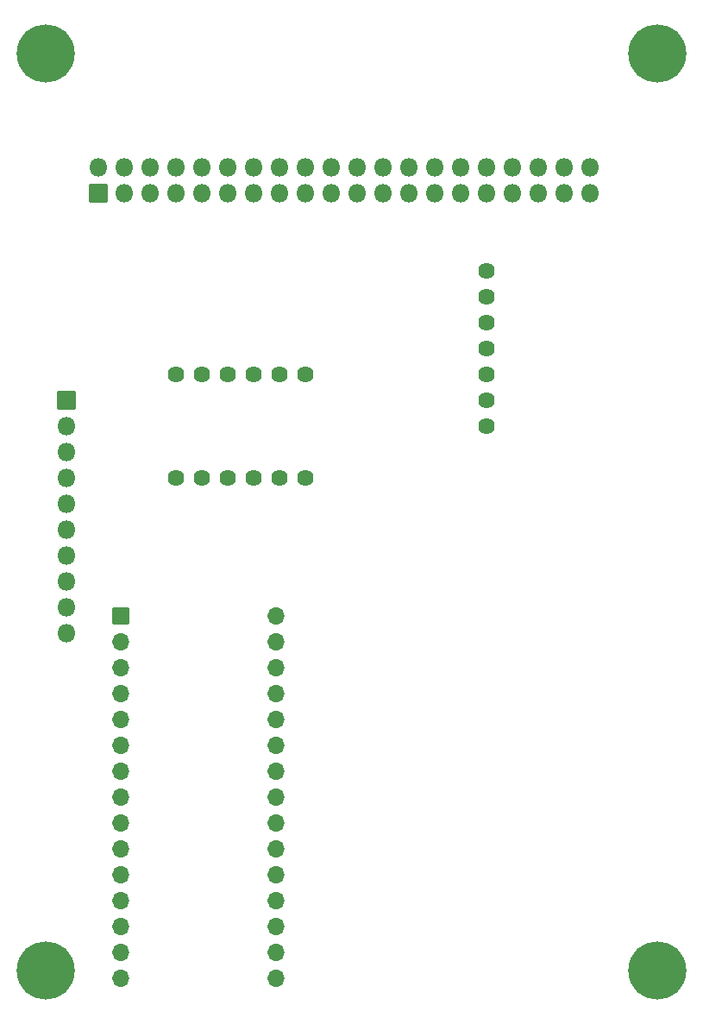
<source format=gbr>
%TF.GenerationSoftware,KiCad,Pcbnew,7.0.1*%
%TF.CreationDate,2023-03-30T15:27:08-04:00*%
%TF.ProjectId,BREAD_Slice,42524541-445f-4536-9c69-63652e6b6963,rev?*%
%TF.SameCoordinates,PX74eba40PY8552dc0*%
%TF.FileFunction,Soldermask,Top*%
%TF.FilePolarity,Negative*%
%FSLAX46Y46*%
G04 Gerber Fmt 4.6, Leading zero omitted, Abs format (unit mm)*
G04 Created by KiCad (PCBNEW 7.0.1) date 2023-03-30 15:27:08*
%MOMM*%
%LPD*%
G01*
G04 APERTURE LIST*
G04 Aperture macros list*
%AMRoundRect*
0 Rectangle with rounded corners*
0 $1 Rounding radius*
0 $2 $3 $4 $5 $6 $7 $8 $9 X,Y pos of 4 corners*
0 Add a 4 corners polygon primitive as box body*
4,1,4,$2,$3,$4,$5,$6,$7,$8,$9,$2,$3,0*
0 Add four circle primitives for the rounded corners*
1,1,$1+$1,$2,$3*
1,1,$1+$1,$4,$5*
1,1,$1+$1,$6,$7*
1,1,$1+$1,$8,$9*
0 Add four rect primitives between the rounded corners*
20,1,$1+$1,$2,$3,$4,$5,0*
20,1,$1+$1,$4,$5,$6,$7,0*
20,1,$1+$1,$6,$7,$8,$9,0*
20,1,$1+$1,$8,$9,$2,$3,0*%
G04 Aperture macros list end*
%ADD10C,5.700000*%
%ADD11RoundRect,0.050000X-0.800000X-0.800000X0.800000X-0.800000X0.800000X0.800000X-0.800000X0.800000X0*%
%ADD12O,1.700000X1.700000*%
%ADD13RoundRect,0.050000X-0.850000X-0.850000X0.850000X-0.850000X0.850000X0.850000X-0.850000X0.850000X0*%
%ADD14O,1.800000X1.800000*%
%ADD15C,1.624000*%
%ADD16RoundRect,0.050000X0.850000X-0.850000X0.850000X0.850000X-0.850000X0.850000X-0.850000X-0.850000X0*%
G04 APERTURE END LIST*
D10*
%TO.C,H1*%
X5000000Y95000000D03*
%TD*%
%TO.C,H2*%
X65000000Y95000000D03*
%TD*%
%TO.C,H3*%
X5000000Y5000000D03*
%TD*%
%TO.C,H4*%
X65000000Y5000000D03*
%TD*%
D11*
%TO.C,A1*%
X12400000Y39800000D03*
D12*
X12400000Y37260000D03*
X12400000Y34720000D03*
X12400000Y32180000D03*
X12400000Y29640000D03*
X12400000Y27100000D03*
X12400000Y24560000D03*
X12400000Y22020000D03*
X12400000Y19480000D03*
X12400000Y16940000D03*
X12400000Y14400000D03*
X12400000Y11860000D03*
X12400000Y9320000D03*
X12400000Y6780000D03*
X12400000Y4240000D03*
X27640000Y4240000D03*
X27640000Y6780000D03*
X27640000Y9320000D03*
X27640000Y11860000D03*
X27640000Y14400000D03*
X27640000Y16940000D03*
X27640000Y19480000D03*
X27640000Y22020000D03*
X27640000Y24560000D03*
X27640000Y27100000D03*
X27640000Y29640000D03*
X27640000Y32180000D03*
X27640000Y34720000D03*
X27640000Y37260000D03*
X27640000Y39800000D03*
%TD*%
D13*
%TO.C,J1*%
X7000000Y61000000D03*
D14*
X7000000Y58460000D03*
X7000000Y55920000D03*
X7000000Y53380000D03*
X7000000Y50840000D03*
X7000000Y48300000D03*
X7000000Y45760000D03*
X7000000Y43220000D03*
X7000000Y40680000D03*
X7000000Y38140000D03*
%TD*%
D15*
%TO.C,U1*%
X30480000Y63500000D03*
X27940000Y63500000D03*
X25400000Y63500000D03*
X22860000Y63500000D03*
X20320000Y63500000D03*
X17780000Y63500000D03*
X30480000Y53340000D03*
X27940000Y53340000D03*
X25400000Y53340000D03*
X22860000Y53340000D03*
X20320000Y53340000D03*
X17780000Y53340000D03*
%TD*%
%TO.C,U2*%
X48260000Y73660000D03*
X48260000Y71120000D03*
X48260000Y68580000D03*
X48260000Y66040000D03*
X48260000Y63500000D03*
X48260000Y60960000D03*
X48260000Y58420000D03*
%TD*%
D16*
%TO.C,J2*%
X10160000Y81280000D03*
D14*
X10160000Y83820000D03*
X12700000Y81280000D03*
X12700000Y83820000D03*
X15240000Y81280000D03*
X15240000Y83820000D03*
X17780000Y81280000D03*
X17780000Y83820000D03*
X20320000Y81280000D03*
X20320000Y83820000D03*
X22860000Y81280000D03*
X22860000Y83820000D03*
X25400000Y81280000D03*
X25400000Y83820000D03*
X27940000Y81280000D03*
X27940000Y83820000D03*
X30480000Y81280000D03*
X30480000Y83820000D03*
X33020000Y81280000D03*
X33020000Y83820000D03*
X35560000Y81280000D03*
X35560000Y83820000D03*
X38100000Y81280000D03*
X38100000Y83820000D03*
X40640000Y81280000D03*
X40640000Y83820000D03*
X43180000Y81280000D03*
X43180000Y83820000D03*
X45720000Y81280000D03*
X45720000Y83820000D03*
X48260000Y81280000D03*
X48260000Y83820000D03*
X50800000Y81280000D03*
X50800000Y83820000D03*
X53340000Y81280000D03*
X53340000Y83820000D03*
X55880000Y81280000D03*
X55880000Y83820000D03*
X58420000Y81280000D03*
X58420000Y83820000D03*
%TD*%
M02*

</source>
